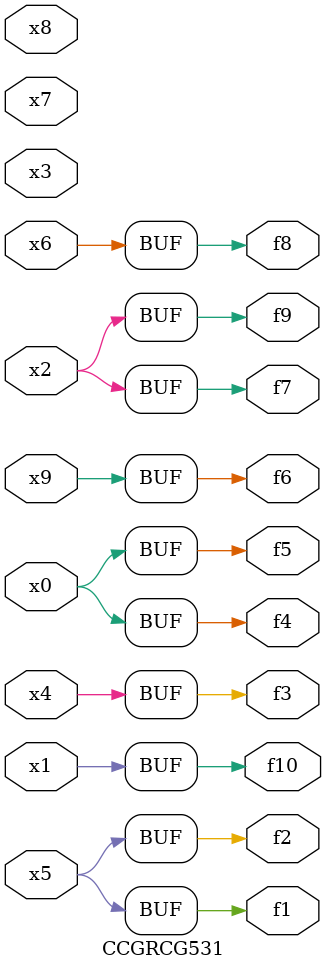
<source format=v>
module CCGRCG531(
	input x0, x1, x2, x3, x4, x5, x6, x7, x8, x9,
	output f1, f2, f3, f4, f5, f6, f7, f8, f9, f10
);
	assign f1 = x5;
	assign f2 = x5;
	assign f3 = x4;
	assign f4 = x0;
	assign f5 = x0;
	assign f6 = x9;
	assign f7 = x2;
	assign f8 = x6;
	assign f9 = x2;
	assign f10 = x1;
endmodule

</source>
